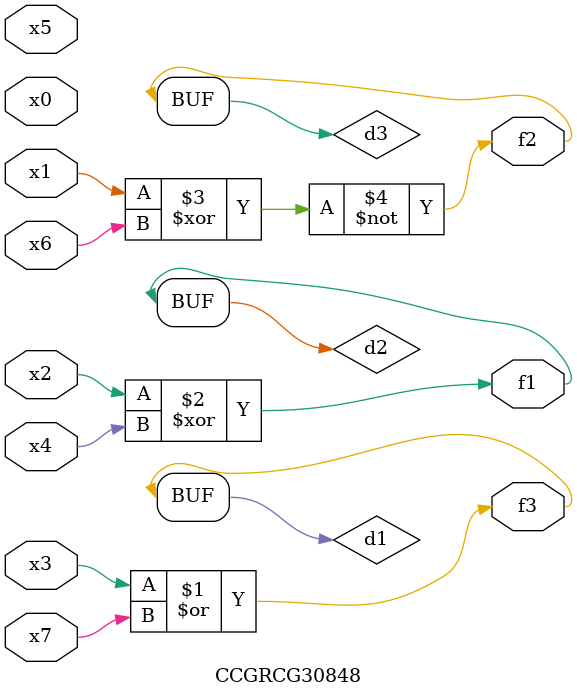
<source format=v>
module CCGRCG30848(
	input x0, x1, x2, x3, x4, x5, x6, x7,
	output f1, f2, f3
);

	wire d1, d2, d3;

	or (d1, x3, x7);
	xor (d2, x2, x4);
	xnor (d3, x1, x6);
	assign f1 = d2;
	assign f2 = d3;
	assign f3 = d1;
endmodule

</source>
